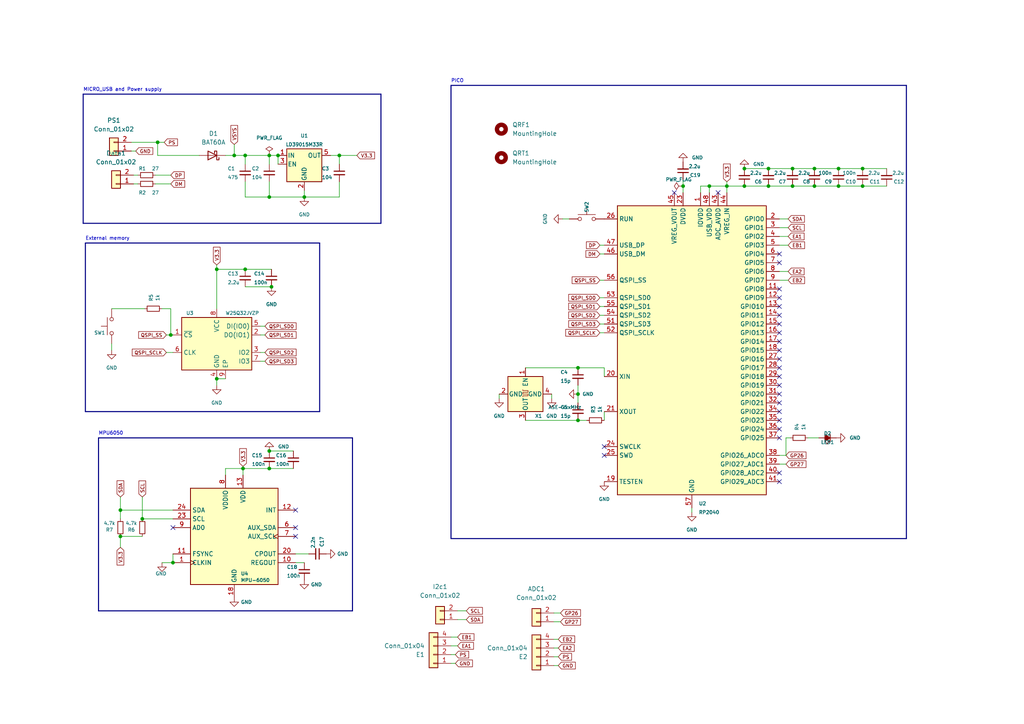
<source format=kicad_sch>
(kicad_sch (version 20211123) (generator eeschema)
  (paper "A4")
  (lib_symbols
    (symbol "Connector_Generic:Conn_01x02" (pin_names (offset 1.016) hide)
      (property "Reference" "J" (at 0 2.54 0))
      (property "Value" "Conn_01x02" (at 0 -5.08 0))
      (symbol "Conn_01x02_1_1"
        (rectangle (start -1.27 -2.413) (end 0 -2.667) (stroke (width 0.1524)))
        (rectangle (start -1.27 0.127) (end 0 -0.127) (stroke (width 0.1524)))
        (rectangle (start -1.27 1.27) (end 1.27 -3.81) (stroke (width 0.254)) (fill (type background)))
        (pin passive line (at -5.08 0 0) (length 3.81) (name "Pin_1") (number "1"))
        (pin passive line (at -5.08 -2.54 0) (length 3.81) (name "Pin_2") (number "2"))
      )
    )
    (symbol "Connector_Generic:Conn_01x04" (pin_names (offset 1.016) hide)
      (property "Reference" "J" (at 0 5.08 0))
      (property "Value" "Conn_01x04" (at 0 -7.62 0))
      (symbol "Conn_01x04_1_1"
        (rectangle (start -1.27 -4.953) (end 0 -5.207) (stroke (width 0.1524)))
        (rectangle (start -1.27 -2.413) (end 0 -2.667) (stroke (width 0.1524)))
        (rectangle (start -1.27 0.127) (end 0 -0.127) (stroke (width 0.1524)))
        (rectangle (start -1.27 2.667) (end 0 2.413) (stroke (width 0.1524)))
        (rectangle (start -1.27 3.81) (end 1.27 -6.35) (stroke (width 0.254)) (fill (type background)))
        (pin passive line (at -5.08 2.54 0) (length 3.81) (name "Pin_1") (number "1"))
        (pin passive line (at -5.08 0 0) (length 3.81) (name "Pin_2") (number "2"))
        (pin passive line (at -5.08 -2.54 0) (length 3.81) (name "Pin_3") (number "3"))
        (pin passive line (at -5.08 -5.08 0) (length 3.81) (name "Pin_4") (number "4"))
      )
    )
    (symbol "Device:C_Small" (pin_numbers hide) (pin_names (offset 0.254) hide)
      (property "Reference" "C" (at 0.254 1.778 0))
      (property "Value" "C_Small" (at 0.254 -2.032 0))
      (symbol "C_Small_0_1"
        (polyline (pts (xy -1.524 -0.508) (xy 1.524 -0.508)) (stroke (width 0.3302)))
        (polyline (pts (xy -1.524 0.508) (xy 1.524 0.508)) (stroke (width 0.3048)))
      )
      (symbol "C_Small_1_1"
        (pin passive line (at 0 2.54 270) (length 2.032) (name "~") (number "1"))
        (pin passive line (at 0 -2.54 90) (length 2.032) (name "~") (number "2"))
      )
    )
    (symbol "Device:LED_Small_Filled" (pin_numbers hide) (pin_names (offset 0.254) hide)
      (property "Reference" "D" (at -1.27 3.175 0))
      (property "Value" "LED_Small_Filled" (at -4.445 -2.54 0))
      (symbol "LED_Small_Filled_0_1"
        (polyline (pts (xy -0.762 -1.016) (xy -0.762 1.016)) (stroke (width 0.254)))
        (polyline (pts (xy 1.016 0) (xy -0.762 0)))
        (polyline (pts (xy 0.762 -1.016) (xy -0.762 0) (xy 0.762 1.016) (xy 0.762 -1.016)) (stroke (width 0.254)) (fill (type outline)))
        (polyline (pts (xy 0 0.762) (xy -0.508 1.27) (xy -0.254 1.27) (xy -0.508 1.27) (xy -0.508 1.016)))
        (polyline (pts (xy 0.508 1.27) (xy 0 1.778) (xy 0.254 1.778) (xy 0 1.778) (xy 0 1.524)))
      )
      (symbol "LED_Small_Filled_1_1"
        (pin passive line (at -2.54 0 0) (length 1.778) (name "K") (number "1"))
        (pin passive line (at 2.54 0 180) (length 1.778) (name "A") (number "2"))
      )
    )
    (symbol "Device:R_Small" (pin_numbers hide) (pin_names (offset 0.254) hide)
      (property "Reference" "R" (at 0.762 0.508 0))
      (property "Value" "R_Small" (at 0.762 -1.016 0))
      (symbol "R_Small_0_1"
        (rectangle (start -0.762 1.778) (end 0.762 -1.778) (stroke (width 0.2032)))
      )
      (symbol "R_Small_1_1"
        (pin passive line (at 0 2.54 270) (length 0.762) (name "~") (number "1"))
        (pin passive line (at 0 -2.54 90) (length 0.762) (name "~") (number "2"))
      )
    )
    (symbol "Diode:BAT60A" (pin_numbers hide) (pin_names (offset 1.016) hide)
      (property "Reference" "D" (at 0 2.54 0))
      (property "Value" "BAT60A" (at 0 -2.54 0))
      (symbol "BAT60A_0_1"
        (polyline (pts (xy 1.27 0) (xy -1.27 0)))
        (polyline (pts (xy 1.27 1.27) (xy 1.27 -1.27) (xy -1.27 0) (xy 1.27 1.27)) (stroke (width 0.254)))
        (polyline (pts (xy -1.905 0.635) (xy -1.905 1.27) (xy -1.27 1.27) (xy -1.27 -1.27) (xy -0.635 -1.27) (xy -0.635 -0.635)) (stroke (width 0.254)))
      )
      (symbol "BAT60A_1_1"
        (pin passive line (at -3.81 0 0) (length 2.54) (name "K") (number "1"))
        (pin passive line (at 3.81 0 180) (length 2.54) (name "A") (number "2"))
      )
    )
    (symbol "MCU_RaspberryPi:RP2040"
      (property "Reference" "U" (at 17.78 45.72 0))
      (property "Value" "RP2040" (at 17.78 43.18 0))
      (symbol "RP2040_0_1"
        (rectangle (start -21.59 41.91) (end 21.59 -41.91) (stroke (width 0.254)) (fill (type background)))
      )
      (symbol "RP2040_1_1"
        (pin power_in line (at 2.54 45.72 270) (length 3.81) (name "IOVDD") (number "1"))
        (pin passive line (at 2.54 45.72 270) (length 3.81) hide (name "IOVDD") (number "10"))
        (pin bidirectional line (at 25.4 17.78 180) (length 3.81) (name "GPIO8") (number "11"))
        (pin bidirectional line (at 25.4 15.24 180) (length 3.81) (name "GPIO9") (number "12"))
        (pin bidirectional line (at 25.4 12.7 180) (length 3.81) (name "GPIO10") (number "13"))
        (pin bidirectional line (at 25.4 10.16 180) (length 3.81) (name "GPIO11") (number "14"))
        (pin bidirectional line (at 25.4 7.62 180) (length 3.81) (name "GPIO12") (number "15"))
        (pin bidirectional line (at 25.4 5.08 180) (length 3.81) (name "GPIO13") (number "16"))
        (pin bidirectional line (at 25.4 2.54 180) (length 3.81) (name "GPIO14") (number "17"))
        (pin bidirectional line (at 25.4 0 180) (length 3.81) (name "GPIO15") (number "18"))
        (pin input line (at -25.4 -38.1 0) (length 3.81) (name "TESTEN") (number "19"))
        (pin bidirectional line (at 25.4 38.1 180) (length 3.81) (name "GPIO0") (number "2"))
        (pin input line (at -25.4 -7.62 0) (length 3.81) (name "XIN") (number "20"))
        (pin passive line (at -25.4 -17.78 0) (length 3.81) (name "XOUT") (number "21"))
        (pin passive line (at 2.54 45.72 270) (length 3.81) hide (name "IOVDD") (number "22"))
        (pin power_in line (at -2.54 45.72 270) (length 3.81) (name "DVDD") (number "23"))
        (pin output line (at -25.4 -27.94 0) (length 3.81) (name "SWCLK") (number "24"))
        (pin bidirectional line (at -25.4 -30.48 0) (length 3.81) (name "SWD") (number "25"))
        (pin input line (at -25.4 38.1 0) (length 3.81) (name "RUN") (number "26"))
        (pin bidirectional line (at 25.4 -2.54 180) (length 3.81) (name "GPIO16") (number "27"))
        (pin bidirectional line (at 25.4 -5.08 180) (length 3.81) (name "GPIO17") (number "28"))
        (pin bidirectional line (at 25.4 -7.62 180) (length 3.81) (name "GPIO18") (number "29"))
        (pin bidirectional line (at 25.4 35.56 180) (length 3.81) (name "GPIO1") (number "3"))
        (pin bidirectional line (at 25.4 -10.16 180) (length 3.81) (name "GPIO19") (number "30"))
        (pin bidirectional line (at 25.4 -12.7 180) (length 3.81) (name "GPIO20") (number "31"))
        (pin bidirectional line (at 25.4 -15.24 180) (length 3.81) (name "GPIO21") (number "32"))
        (pin passive line (at 2.54 45.72 270) (length 3.81) hide (name "IOVDD") (number "33"))
        (pin bidirectional line (at 25.4 -17.78 180) (length 3.81) (name "GPIO22") (number "34"))
        (pin bidirectional line (at 25.4 -20.32 180) (length 3.81) (name "GPIO23") (number "35"))
        (pin bidirectional line (at 25.4 -22.86 180) (length 3.81) (name "GPIO24") (number "36"))
        (pin bidirectional line (at 25.4 -25.4 180) (length 3.81) (name "GPIO25") (number "37"))
        (pin bidirectional line (at 25.4 -30.48 180) (length 3.81) (name "GPIO26_ADC0") (number "38"))
        (pin bidirectional line (at 25.4 -33.02 180) (length 3.81) (name "GPIO27_ADC1") (number "39"))
        (pin bidirectional line (at 25.4 33.02 180) (length 3.81) (name "GPIO2") (number "4"))
        (pin bidirectional line (at 25.4 -35.56 180) (length 3.81) (name "GPIO28_ADC2") (number "40"))
        (pin bidirectional line (at 25.4 -38.1 180) (length 3.81) (name "GPIO29_ADC3") (number "41"))
        (pin passive line (at 2.54 45.72 270) (length 3.81) hide (name "IOVDD") (number "42"))
        (pin power_in line (at 7.62 45.72 270) (length 3.81) (name "ADC_AVDD") (number "43"))
        (pin power_in line (at 10.16 45.72 270) (length 3.81) (name "VREG_IN") (number "44"))
        (pin power_out line (at -5.08 45.72 270) (length 3.81) (name "VREG_VOUT") (number "45"))
        (pin bidirectional line (at -25.4 27.94 0) (length 3.81) (name "USB_DM") (number "46"))
        (pin bidirectional line (at -25.4 30.48 0) (length 3.81) (name "USB_DP") (number "47"))
        (pin power_in line (at 5.08 45.72 270) (length 3.81) (name "USB_VDD") (number "48"))
        (pin passive line (at 2.54 45.72 270) (length 3.81) hide (name "IOVDD") (number "49"))
        (pin bidirectional line (at 25.4 30.48 180) (length 3.81) (name "GPIO3") (number "5"))
        (pin passive line (at -2.54 45.72 270) (length 3.81) hide (name "DVDD") (number "50"))
        (pin bidirectional line (at -25.4 7.62 0) (length 3.81) (name "QSPI_SD3") (number "51"))
        (pin output line (at -25.4 5.08 0) (length 3.81) (name "QSPI_SCLK") (number "52"))
        (pin bidirectional line (at -25.4 15.24 0) (length 3.81) (name "QSPI_SD0") (number "53"))
        (pin bidirectional line (at -25.4 10.16 0) (length 3.81) (name "QSPI_SD2") (number "54"))
        (pin bidirectional line (at -25.4 12.7 0) (length 3.81) (name "QSPI_SD1") (number "55"))
        (pin bidirectional line (at -25.4 20.32 0) (length 3.81) (name "QSPI_SS") (number "56"))
        (pin power_in line (at 0 -45.72 90) (length 3.81) (name "GND") (number "57"))
        (pin bidirectional line (at 25.4 27.94 180) (length 3.81) (name "GPIO4") (number "6"))
        (pin bidirectional line (at 25.4 25.4 180) (length 3.81) (name "GPIO5") (number "7"))
        (pin bidirectional line (at 25.4 22.86 180) (length 3.81) (name "GPIO6") (number "8"))
        (pin bidirectional line (at 25.4 20.32 180) (length 3.81) (name "GPIO7") (number "9"))
      )
    )
    (symbol "Mechanical:MountingHole" (pin_names (offset 1.016))
      (property "Reference" "H" (at 0 5.08 0))
      (property "Value" "MountingHole" (at 0 3.175 0))
      (symbol "MountingHole_0_1"
        (circle (center 0 0) (radius 1.27) (stroke (width 1.27)))
      )
    )
    (symbol "Memory_Flash:W25Q32JVZP"
      (property "Reference" "U" (at -8.89 8.89 0))
      (property "Value" "W25Q32JVZP" (at 7.62 8.89 0))
      (symbol "W25Q32JVZP_0_1"
        (rectangle (start -10.16 7.62) (end 10.16 -7.62) (stroke (width 0.254)) (fill (type background)))
      )
      (symbol "W25Q32JVZP_1_1"
        (pin input line (at -12.7 2.54 0) (length 2.54) (name "~{CS}") (number "1"))
        (pin bidirectional line (at 12.7 2.54 180) (length 2.54) (name "DO(IO1)") (number "2"))
        (pin bidirectional line (at 12.7 -2.54 180) (length 2.54) (name "IO2") (number "3"))
        (pin power_in line (at 0 -10.16 90) (length 2.54) (name "GND") (number "4"))
        (pin bidirectional line (at 12.7 5.08 180) (length 2.54) (name "DI(IO0)") (number "5"))
        (pin input line (at -12.7 -2.54 0) (length 2.54) (name "CLK") (number "6"))
        (pin bidirectional line (at 12.7 -5.08 180) (length 2.54) (name "IO3") (number "7"))
        (pin power_in line (at 0 10.16 270) (length 2.54) (name "VCC") (number "8"))
        (pin passive line (at 2.54 -10.16 90) (length 2.54) (name "EP") (number "9"))
      )
    )
    (symbol "Oscillator:ASE-xxxMHz" (pin_names (offset 0.254))
      (property "Reference" "X1" (at 6.35 3.81 90))
      (property "Value" "ASE-xxxMHz" (at 3.81 11.43 90))
      (symbol "ASE-xxxMHz_0_1"
        (rectangle (start -5.08 5.08) (end 5.08 -5.08) (stroke (width 0.254)) (fill (type background)))
        (polyline (pts (xy -1.27 -0.762) (xy -1.016 -0.762) (xy -1.016 0.762) (xy -0.508 0.762) (xy -0.508 -0.762) (xy 0 -0.762) (xy 0 0.762) (xy 0.508 0.762) (xy 0.508 -0.762) (xy 0.762 -0.762)))
      )
      (symbol "ASE-xxxMHz_1_1"
        (pin input line (at -7.62 0 0) (length 2.54) (name "EN") (number "1"))
        (pin power_in line (at 0 -7.62 90) (length 2.54) (name "GND") (number "2"))
        (pin output line (at 7.62 0 180) (length 2.54) (name "OUT") (number "3"))
        (pin power_out line (at 0 7.62 270) (length 2.54) (name "GND") (number "4"))
      )
    )
    (symbol "Regulator_Linear:LD39015M33R" (pin_names (offset 0.254))
      (property "Reference" "U" (at -3.81 5.715 0))
      (property "Value" "LD39015M33R" (at 0 5.715 0))
      (symbol "LD39015M33R_0_1"
        (rectangle (start -5.08 4.445) (end 5.08 -5.08) (stroke (width 0.254)) (fill (type background)))
      )
      (symbol "LD39015M33R_1_1"
        (pin power_in line (at -7.62 2.54 0) (length 2.54) (name "IN") (number "1"))
        (pin power_in line (at 0 -7.62 90) (length 2.54) (name "GND") (number "2"))
        (pin input line (at -7.62 0 0) (length 2.54) (name "EN") (number "3"))
        (pin no_connect line (at 5.08 0 180) (length 2.54) hide (name "NC") (number "4"))
        (pin power_out line (at 7.62 2.54 180) (length 2.54) (name "OUT") (number "5"))
      )
    )
    (symbol "Sensor_Motion:MPU-6050"
      (property "Reference" "U" (at -11.43 13.97 0))
      (property "Value" "MPU-6050" (at 7.62 -15.24 0))
      (symbol "MPU-6050_0_0"
        (text "" (at 12.7 -2.54 0) (effects (font (size 1.27 1.27))))
      )
      (symbol "MPU-6050_0_1"
        (rectangle (start -12.7 13.97) (end 12.7 -13.97) (stroke (width 0.254)) (fill (type background)))
      )
      (symbol "MPU-6050_1_1"
        (pin input clock (at -17.78 -7.62 0) (length 5.08) (name "CLKIN") (number "1"))
        (pin passive line (at 17.78 -7.62 180) (length 5.08) (name "REGOUT") (number "10"))
        (pin input line (at -17.78 -5.08 0) (length 5.08) (name "FSYNC") (number "11"))
        (pin output line (at 17.78 7.62 180) (length 5.08) (name "INT") (number "12"))
        (pin power_in line (at 2.54 17.78 270) (length 3.81) (name "VDD") (number "13"))
        (pin no_connect line (at -12.7 -10.16 0) (length 2.54) hide (name "NC") (number "14"))
        (pin no_connect line (at 12.7 12.7 180) (length 2.54) hide (name "NC") (number "15"))
        (pin no_connect line (at 12.7 10.16 180) (length 2.54) hide (name "NC") (number "16"))
        (pin no_connect line (at 12.7 5.08 180) (length 2.54) hide (name "NC") (number "17"))
        (pin power_in line (at 0 -17.78 90) (length 3.81) (name "GND") (number "18"))
        (pin no_connect line (at 12.7 -10.16 180) (length 2.54) hide (name "NC") (number "19"))
        (pin no_connect line (at -12.7 12.7 0) (length 2.54) hide (name "NC") (number "2"))
        (pin passive line (at 17.78 -5.08 180) (length 5.08) (name "CPOUT") (number "20"))
        (pin no_connect line (at 12.7 -2.54 180) (length 2.54) hide (name "NC") (number "21"))
        (pin no_connect line (at 12.7 -12.7 180) (length 2.54) hide (name "NC") (number "22"))
        (pin input line (at -17.78 5.08 0) (length 5.08) (name "SCL") (number "23"))
        (pin bidirectional line (at -17.78 7.62 0) (length 5.08) (name "SDA") (number "24"))
        (pin no_connect line (at -12.7 10.16 0) (length 2.54) hide (name "NC") (number "3"))
        (pin no_connect line (at -12.7 0 0) (length 2.54) hide (name "NC") (number "4"))
        (pin no_connect line (at -12.7 -2.54 0) (length 2.54) hide (name "NC") (number "5"))
        (pin bidirectional line (at 17.78 2.54 180) (length 5.08) (name "AUX_SDA") (number "6"))
        (pin output clock (at 17.78 0 180) (length 5.08) (name "AUX_SCL") (number "7"))
        (pin power_in line (at -2.54 17.78 270) (length 3.81) (name "VDDIO") (number "8"))
        (pin input line (at -17.78 2.54 0) (length 5.08) (name "AD0") (number "9"))
      )
    )
    (symbol "Switch:SW_Push" (pin_numbers hide) (pin_names (offset 1.016) hide)
      (property "Reference" "SW" (at 1.27 2.54 0))
      (property "Value" "SW_Push" (at 0 -1.524 0))
      (symbol "SW_Push_0_1"
        (circle (center -2.032 0) (radius 0.508))
        (polyline (pts (xy 0 1.27) (xy 0 3.048)))
        (polyline (pts (xy 2.54 1.27) (xy -2.54 1.27)))
        (circle (center 2.032 0) (radius 0.508))
        (pin passive line (at -5.08 0 0) (length 2.54) (name "1") (number "1"))
        (pin passive line (at 5.08 0 180) (length 2.54) (name "2") (number "2"))
      )
    )
    (symbol "power:GND" (power) (pin_names (offset 0))
      (property "Value" "GND" (at 0 -3.81 0))
      (symbol "GND_0_1"
        (polyline (pts (xy 0 0) (xy 0 -1.27) (xy 1.27 -1.27) (xy 0 -2.54) (xy -1.27 -1.27) (xy 0 -1.27)))
      )
      (symbol "GND_1_1"
        (pin power_in line (at 0 0 270) (length 0) hide (name "GND") (number "1"))
      )
    )
    (symbol "power:PWR_FLAG" (power) (pin_numbers hide) (pin_names (offset 0) hide)
      (property "Value" "PWR_FLAG" (at 0 3.81 0))
      (symbol "PWR_FLAG_0_0"
        (pin power_out line (at 0 0 90) (length 0) (name "pwr") (number "1"))
      )
      (symbol "PWR_FLAG_0_1"
        (polyline (pts (xy 0 0) (xy 0 1.27) (xy -1.016 1.905) (xy 0 2.54) (xy 1.016 1.905) (xy 0 1.27)))
      )
    )
  )
  (junction (at 67.945 45.085))
  (junction (at 45.72 41.275))
  (junction (at 62.865 109.855))
  (junction (at 78.105 57.15))
  (junction (at 215.9 53.975))
  (junction (at 98.425 45.085))
  (junction (at 78.74 83.185))
  (junction (at 215.9 48.895))
  (junction (at 250.19 53.975))
  (junction (at 34.925 155.575))
  (junction (at 71.12 45.085))
  (junction (at 62.865 78.105))
  (junction (at 71.12 78.105))
  (junction (at 167.64 114.3))
  (junction (at 229.87 53.975))
  (junction (at 78.105 135.89))
  (junction (at 34.925 147.955))
  (junction (at 167.64 106.68))
  (junction (at 50.165 163.195))
  (junction (at 250.19 48.895))
  (junction (at 222.885 53.975))
  (junction (at 205.74 53.975))
  (junction (at 88.265 57.15))
  (junction (at 236.22 48.895))
  (junction (at 198.12 53.975))
  (junction (at 78.105 130.81))
  (junction (at 167.64 121.92))
  (junction (at 229.87 48.895))
  (junction (at 236.22 53.975))
  (junction (at 78.105 45.085))
  (junction (at 80.645 45.085))
  (junction (at 41.275 150.495))
  (junction (at 222.885 48.895))
  (junction (at 210.82 53.975))
  (junction (at 70.485 135.89))
  (junction (at 243.205 48.895))
  (junction (at 243.205 53.975))
  (junction (at 49.53 97.155))
  (no_connect (at 226.06 109.22))
  (no_connect (at 226.06 86.36))
  (no_connect (at 226.06 137.16))
  (no_connect (at 226.06 83.82))
  (no_connect (at 226.06 99.06))
  (no_connect (at 226.06 104.14))
  (no_connect (at 226.06 93.98))
  (no_connect (at 226.06 139.7))
  (no_connect (at 208.28 55.88))
  (no_connect (at 195.58 55.88))
  (no_connect (at 226.06 121.92))
  (no_connect (at 226.06 124.46))
  (no_connect (at 175.26 132.08))
  (no_connect (at 175.26 129.54))
  (no_connect (at 226.06 76.2))
  (no_connect (at 226.06 73.66))
  (no_connect (at 50.165 153.035))
  (no_connect (at 226.06 88.9))
  (no_connect (at 226.06 111.76))
  (no_connect (at 226.06 127))
  (no_connect (at 226.06 116.84))
  (no_connect (at 226.06 91.44))
  (no_connect (at 226.06 114.3))
  (no_connect (at 226.06 96.52))
  (no_connect (at 226.06 106.68))
  (no_connect (at 226.06 101.6))
  (no_connect (at 226.06 119.38))
  (no_connect (at 85.725 147.955))
  (no_connect (at 85.725 153.035))
  (no_connect (at 85.725 155.575))
  (wire (pts (xy 152.4 106.68) (xy 167.64 106.68)))
  (wire (pts (xy 62.865 109.855) (xy 65.405 109.855)))
  (wire (pts (xy 38.735 50.8) (xy 40.005 50.8)))
  (wire (pts (xy 167.64 106.68) (xy 175.26 106.68)))
  (wire (pts (xy 144.78 115.57) (xy 144.78 114.3)))
  (wire (pts (xy 161.925 187.96) (xy 160.655 187.96)))
  (wire (pts (xy 198.12 53.975) (xy 198.12 55.88)))
  (bus (pts (xy 130.81 24.765) (xy 130.81 156.21)))
  (wire (pts (xy 173.99 73.66) (xy 175.26 73.66)))
  (wire (pts (xy 229.235 127) (xy 227.965 127)))
  (wire (pts (xy 80.645 45.085) (xy 80.645 47.625)))
  (wire (pts (xy 45.72 45.085) (xy 45.72 41.275)))
  (wire (pts (xy 98.425 47.625) (xy 98.425 45.085)))
  (bus (pts (xy 24.765 70.485) (xy 24.765 119.38)))
  (wire (pts (xy 203.2 53.975) (xy 203.2 55.88)))
  (wire (pts (xy 226.06 132.08) (xy 227.965 132.08)))
  (wire (pts (xy 229.87 48.895) (xy 236.22 48.895)))
  (wire (pts (xy 173.99 93.98) (xy 175.26 93.98)))
  (wire (pts (xy 85.725 160.655) (xy 89.535 160.655)))
  (wire (pts (xy 67.945 45.085) (xy 71.12 45.085)))
  (bus (pts (xy 24.13 27.305) (xy 24.13 64.77)))
  (wire (pts (xy 161.925 190.5) (xy 160.655 190.5)))
  (bus (pts (xy 110.49 27.305) (xy 110.49 64.77)))
  (wire (pts (xy 88.265 57.15) (xy 88.265 55.245)))
  (wire (pts (xy 32.385 101.6) (xy 32.385 99.695)))
  (wire (pts (xy 132.715 179.705) (xy 135.255 179.705)))
  (wire (pts (xy 71.12 83.185) (xy 78.74 83.185)))
  (wire (pts (xy 45.72 41.275) (xy 47.625 41.275)))
  (wire (pts (xy 75.565 102.235) (xy 76.835 102.235)))
  (wire (pts (xy 210.82 52.705) (xy 210.82 53.975)))
  (wire (pts (xy 203.2 53.975) (xy 205.74 53.975)))
  (wire (pts (xy 34.925 155.575) (xy 34.925 158.75)))
  (wire (pts (xy 250.19 48.895) (xy 257.175 48.895)))
  (wire (pts (xy 62.865 76.835) (xy 62.865 78.105)))
  (wire (pts (xy 62.865 78.105) (xy 71.12 78.105)))
  (wire (pts (xy 226.06 66.04) (xy 228.6 66.04)))
  (bus (pts (xy 24.13 27.305) (xy 110.49 27.305)))
  (wire (pts (xy 161.925 193.04) (xy 160.655 193.04)))
  (wire (pts (xy 78.105 47.625) (xy 78.105 45.085)))
  (wire (pts (xy 250.19 53.975) (xy 257.175 53.975)))
  (wire (pts (xy 41.275 155.575) (xy 34.925 155.575)))
  (wire (pts (xy 78.105 130.81) (xy 85.09 130.81)))
  (wire (pts (xy 210.82 53.975) (xy 215.9 53.975)))
  (bus (pts (xy 262.89 24.765) (xy 262.89 156.21)))
  (wire (pts (xy 62.865 78.105) (xy 62.865 89.535)))
  (wire (pts (xy 173.99 81.28) (xy 175.26 81.28)))
  (wire (pts (xy 215.9 53.975) (xy 222.885 53.975)))
  (wire (pts (xy 226.06 68.58) (xy 228.6 68.58)))
  (wire (pts (xy 167.64 111.76) (xy 167.64 114.3)))
  (wire (pts (xy 71.12 57.15) (xy 78.105 57.15)))
  (wire (pts (xy 210.82 53.975) (xy 210.82 55.88)))
  (bus (pts (xy 28.575 127) (xy 28.575 177.165)))
  (wire (pts (xy 163.195 63.5) (xy 165.1 63.5)))
  (wire (pts (xy 161.925 185.42) (xy 160.655 185.42)))
  (wire (pts (xy 71.12 45.085) (xy 71.12 47.625)))
  (wire (pts (xy 167.64 114.3) (xy 167.64 116.84)))
  (wire (pts (xy 167.64 121.92) (xy 152.4 121.92)))
  (wire (pts (xy 226.06 63.5) (xy 228.6 63.5)))
  (wire (pts (xy 226.06 134.62) (xy 227.965 134.62)))
  (wire (pts (xy 173.99 96.52) (xy 175.26 96.52)))
  (wire (pts (xy 46.99 163.195) (xy 50.165 163.195)))
  (bus (pts (xy 102.235 177.165) (xy 28.575 177.165)))
  (bus (pts (xy 28.575 127) (xy 102.235 127)))
  (wire (pts (xy 78.105 57.15) (xy 88.265 57.15)))
  (wire (pts (xy 71.12 52.705) (xy 71.12 57.15)))
  (wire (pts (xy 132.715 184.785) (xy 130.81 184.785)))
  (wire (pts (xy 173.99 86.36) (xy 175.26 86.36)))
  (bus (pts (xy 130.81 24.765) (xy 262.89 24.765)))
  (wire (pts (xy 75.565 104.775) (xy 76.835 104.775)))
  (bus (pts (xy 102.235 127) (xy 102.235 177.165)))
  (wire (pts (xy 167.64 121.92) (xy 170.18 121.92)))
  (wire (pts (xy 38.1 41.275) (xy 45.72 41.275)))
  (wire (pts (xy 78.105 52.705) (xy 78.105 57.15)))
  (wire (pts (xy 132.715 177.165) (xy 135.255 177.165)))
  (wire (pts (xy 49.53 97.155) (xy 49.53 89.535)))
  (wire (pts (xy 50.165 147.955) (xy 34.925 147.955)))
  (wire (pts (xy 173.99 91.44) (xy 175.26 91.44)))
  (wire (pts (xy 71.12 78.105) (xy 78.74 78.105)))
  (wire (pts (xy 236.22 48.895) (xy 243.205 48.895)))
  (wire (pts (xy 215.9 48.895) (xy 222.885 48.895)))
  (wire (pts (xy 34.925 144.145) (xy 34.925 147.955)))
  (wire (pts (xy 48.26 97.155) (xy 49.53 97.155)))
  (wire (pts (xy 95.885 45.085) (xy 98.425 45.085)))
  (wire (pts (xy 85.725 163.195) (xy 88.265 163.195)))
  (wire (pts (xy 226.06 71.12) (xy 228.6 71.12)))
  (wire (pts (xy 98.425 45.085) (xy 103.505 45.085)))
  (bus (pts (xy 262.89 156.21) (xy 130.81 156.21)))
  (wire (pts (xy 75.565 94.615) (xy 76.835 94.615)))
  (wire (pts (xy 65.405 45.085) (xy 67.945 45.085)))
  (wire (pts (xy 48.26 102.235) (xy 50.165 102.235)))
  (wire (pts (xy 226.06 81.28) (xy 228.6 81.28)))
  (wire (pts (xy 62.865 109.855) (xy 62.865 111.76)))
  (wire (pts (xy 88.265 57.15) (xy 98.425 57.15)))
  (wire (pts (xy 236.22 53.975) (xy 243.205 53.975)))
  (wire (pts (xy 222.885 48.895) (xy 229.87 48.895)))
  (wire (pts (xy 38.735 53.34) (xy 40.005 53.34)))
  (wire (pts (xy 226.06 78.74) (xy 228.6 78.74)))
  (wire (pts (xy 198.12 52.07) (xy 198.12 53.975)))
  (wire (pts (xy 57.785 45.085) (xy 45.72 45.085)))
  (wire (pts (xy 132.715 187.325) (xy 130.81 187.325)))
  (wire (pts (xy 70.485 135.89) (xy 78.105 135.89)))
  (wire (pts (xy 49.53 89.535) (xy 46.99 89.535)))
  (wire (pts (xy 98.425 52.705) (xy 98.425 57.15)))
  (wire (pts (xy 229.87 53.975) (xy 236.22 53.975)))
  (wire (pts (xy 162.56 177.8) (xy 160.655 177.8)))
  (wire (pts (xy 50.165 160.655) (xy 50.165 163.195)))
  (bus (pts (xy 92.71 119.38) (xy 24.765 119.38)))
  (wire (pts (xy 160.02 115.57) (xy 160.02 114.3)))
  (wire (pts (xy 65.405 137.795) (xy 65.405 135.89)))
  (wire (pts (xy 162.56 180.34) (xy 160.655 180.34)))
  (wire (pts (xy 175.26 106.68) (xy 175.26 109.22)))
  (wire (pts (xy 200.66 147.32) (xy 200.66 148.59)))
  (wire (pts (xy 175.26 119.38) (xy 175.26 121.92)))
  (wire (pts (xy 39.37 43.815) (xy 38.1 43.815)))
  (wire (pts (xy 34.925 147.955) (xy 34.925 150.495)))
  (wire (pts (xy 49.53 97.155) (xy 50.165 97.155)))
  (wire (pts (xy 243.205 48.895) (xy 250.19 48.895)))
  (wire (pts (xy 227.965 127) (xy 227.965 132.08)))
  (wire (pts (xy 45.085 53.34) (xy 49.53 53.34)))
  (wire (pts (xy 173.99 71.12) (xy 175.26 71.12)))
  (wire (pts (xy 205.74 53.975) (xy 205.74 55.88)))
  (wire (pts (xy 234.315 127) (xy 237.49 127)))
  (wire (pts (xy 222.885 53.975) (xy 229.87 53.975)))
  (bus (pts (xy 92.71 70.485) (xy 92.71 119.38)))
  (wire (pts (xy 41.275 144.145) (xy 41.275 150.495)))
  (wire (pts (xy 71.12 45.085) (xy 78.105 45.085)))
  (bus (pts (xy 110.49 64.77) (xy 24.13 64.77)))
  (wire (pts (xy 132.08 189.865) (xy 130.81 189.865)))
  (wire (pts (xy 173.99 88.9) (xy 175.26 88.9)))
  (wire (pts (xy 78.105 45.085) (xy 80.645 45.085)))
  (wire (pts (xy 67.945 41.91) (xy 67.945 45.085)))
  (wire (pts (xy 78.105 135.89) (xy 85.09 135.89)))
  (wire (pts (xy 243.205 53.975) (xy 250.19 53.975)))
  (wire (pts (xy 65.405 135.89) (xy 70.485 135.89)))
  (wire (pts (xy 41.275 150.495) (xy 50.165 150.495)))
  (wire (pts (xy 75.565 97.155) (xy 76.835 97.155)))
  (wire (pts (xy 132.08 192.405) (xy 130.81 192.405)))
  (bus (pts (xy 24.765 70.485) (xy 92.71 70.485)))
  (wire (pts (xy 205.74 53.975) (xy 210.82 53.975)))
  (wire (pts (xy 45.085 50.8) (xy 49.53 50.8)))
  (wire (pts (xy 70.485 135.255) (xy 70.485 135.89)))
  (wire (pts (xy 70.485 135.89) (xy 70.485 137.795)))
  (wire (pts (xy 32.385 89.535) (xy 41.91 89.535)))
  (text "MPU6050" (at 28.575 126.365 0) (effects (font (size 1 1)) (justify left bottom)))
  (text "MICRO_USB and Power supply" (at 24.13 26.67 0) (effects (font (size 1 1)) (justify left bottom)))
  (text "External memory" (at 24.765 69.85 0) (effects (font (size 1 1)) (justify left bottom)))
  (text "PICO" (at 130.81 24.13 0) (effects (font (size 1 1)) (justify left bottom)))
  (global_label "QSPI_SD0" (shape input) (at 76.835 94.615 0) (effects (font (size 1 1))) (property "Intersheet References" "${INTERSHEET_REFS}" (effects hide)))
  (global_label "SCL" (shape input) (at 41.275 144.145 90) (effects (font (size 1 1))) (property "Intersheet References" "${INTERSHEET_REFS}" (effects hide)))
  (global_label "EA2" (shape input) (at 228.6 78.74 0) (effects (font (size 1 1))) (property "Intersheet References" "${INTERSHEET_REFS}" (effects hide)))
  (global_label "QSPI_SCLK" (shape input) (at 173.99 96.52 180) (effects (font (size 1 1))) (property "Intersheet References" "${INTERSHEET_REFS}" (effects hide)))
  (global_label "QSPI_SD0" (shape input) (at 173.99 86.36 180) (effects (font (size 1 1))) (property "Intersheet References" "${INTERSHEET_REFS}" (effects hide)))
  (global_label "GP26" (shape input) (at 162.56 177.8 0) (effects (font (size 1 1))) (property "Intersheet References" "${INTERSHEET_REFS}" (effects hide)))
  (global_label "QSPI_SD1" (shape input) (at 76.835 97.155 0) (effects (font (size 1 1))) (property "Intersheet References" "${INTERSHEET_REFS}" (effects hide)))
  (global_label "PS" (shape input) (at 161.925 190.5 0) (effects (font (size 1 1))) (property "Intersheet References" "${INTERSHEET_REFS}" (effects hide)))
  (global_label "SDA" (shape input) (at 135.255 179.705 0) (effects (font (size 1 1))) (property "Intersheet References" "${INTERSHEET_REFS}" (effects hide)))
  (global_label "EB2" (shape input) (at 228.6 81.28 0) (effects (font (size 1 1))) (property "Intersheet References" "${INTERSHEET_REFS}" (effects hide)))
  (global_label "GP27" (shape input) (at 227.965 134.62 0) (effects (font (size 1 1))) (property "Intersheet References" "${INTERSHEET_REFS}" (effects hide)))
  (global_label "DP" (shape input) (at 49.53 50.8 0) (effects (font (size 1 1))) (property "Intersheet References" "${INTERSHEET_REFS}" (effects hide)))
  (global_label "EA1" (shape input) (at 228.6 68.58 0) (effects (font (size 1 1))) (property "Intersheet References" "${INTERSHEET_REFS}" (effects hide)))
  (global_label "EB1" (shape input) (at 228.6 71.12 0) (effects (font (size 1 1))) (property "Intersheet References" "${INTERSHEET_REFS}" (effects hide)))
  (global_label "GND" (shape input) (at 132.08 192.405 0) (effects (font (size 1 1))) (property "Intersheet References" "${INTERSHEET_REFS}" (effects hide)))
  (global_label "SCL" (shape input) (at 135.255 177.165 0) (effects (font (size 1 1))) (property "Intersheet References" "${INTERSHEET_REFS}" (effects hide)))
  (global_label "QSPI_SD3" (shape input) (at 173.99 93.98 180) (effects (font (size 1 1))) (property "Intersheet References" "${INTERSHEET_REFS}" (effects hide)))
  (global_label "SDA" (shape input) (at 228.6 63.5 0) (effects (font (size 1 1))) (property "Intersheet References" "${INTERSHEET_REFS}" (effects hide)))
  (global_label "V3.3" (shape input) (at 34.925 158.75 270) (effects (font (size 1 1))) (property "Intersheet References" "${INTERSHEET_REFS}" (effects hide)))
  (global_label "EB1" (shape input) (at 132.715 184.785 0) (effects (font (size 1 1))) (property "Intersheet References" "${INTERSHEET_REFS}" (effects hide)))
  (global_label "SCL" (shape input) (at 228.6 66.04 0) (effects (font (size 1 1))) (property "Intersheet References" "${INTERSHEET_REFS}" (effects hide)))
  (global_label "EB2" (shape input) (at 161.925 185.42 0) (effects (font (size 1 1))) (property "Intersheet References" "${INTERSHEET_REFS}" (effects hide)))
  (global_label "EA2" (shape input) (at 161.925 187.96 0) (effects (font (size 1 1))) (property "Intersheet References" "${INTERSHEET_REFS}" (effects hide)))
  (global_label "V3.3" (shape input) (at 62.865 76.835 90) (effects (font (size 1 1))) (property "Intersheet References" "${INTERSHEET_REFS}" (effects hide)))
  (global_label "V3.3" (shape input) (at 70.485 135.255 90) (effects (font (size 1 1))) (property "Intersheet References" "${INTERSHEET_REFS}" (effects hide)))
  (global_label "QSPI_SD2" (shape input) (at 173.99 91.44 180) (effects (font (size 1 1))) (property "Intersheet References" "${INTERSHEET_REFS}" (effects hide)))
  (global_label "QSPI_SD1" (shape input) (at 173.99 88.9 180) (effects (font (size 1 1))) (property "Intersheet References" "${INTERSHEET_REFS}" (effects hide)))
  (global_label "GP27" (shape input) (at 162.56 180.34 0) (effects (font (size 1 1))) (property "Intersheet References" "${INTERSHEET_REFS}" (effects hide)))
  (global_label "QSPI_SS" (shape input) (at 48.26 97.155 180) (effects (font (size 1 1))) (property "Intersheet References" "${INTERSHEET_REFS}" (effects hide)))
  (global_label "GP26" (shape input) (at 227.965 132.08 0) (effects (font (size 1 1))) (property "Intersheet References" "${INTERSHEET_REFS}" (effects hide)))
  (global_label "V3.3" (shape input) (at 210.82 52.705 90) (effects (font (size 1 1))) (property "Intersheet References" "${INTERSHEET_REFS}" (effects hide)))
  (global_label "QSPI_SS" (shape input) (at 173.99 81.28 180) (effects (font (size 1 1))) (property "Intersheet References" "${INTERSHEET_REFS}" (effects hide)))
  (global_label "EA1" (shape input) (at 132.715 187.325 0) (effects (font (size 1 1))) (property "Intersheet References" "${INTERSHEET_REFS}" (effects hide)))
  (global_label "VSYS" (shape input) (at 67.945 41.91 90) (effects (font (size 1 1))) (property "Intersheet References" "${INTERSHEET_REFS}" (effects hide)))
  (global_label "DP" (shape input) (at 173.99 71.12 180) (effects (font (size 1 1))) (property "Intersheet References" "${INTERSHEET_REFS}" (effects hide)))
  (global_label "QSPI_SD3" (shape input) (at 76.835 104.775 0) (effects (font (size 1 1))) (property "Intersheet References" "${INTERSHEET_REFS}" (effects hide)))
  (global_label "DM" (shape input) (at 49.53 53.34 0) (effects (font (size 1 1))) (property "Intersheet References" "${INTERSHEET_REFS}" (effects hide)))
  (global_label "PS" (shape input) (at 132.08 189.865 0) (effects (font (size 1 1))) (property "Intersheet References" "${INTERSHEET_REFS}" (effects hide)))
  (global_label "V3.3" (shape input) (at 103.505 45.085 0) (effects (font (size 1 1))) (property "Intersheet References" "${INTERSHEET_REFS}" (effects hide)))
  (global_label "GND" (shape input) (at 39.37 43.815 0) (effects (font (size 1 1))) (property "Intersheet References" "${INTERSHEET_REFS}" (effects hide)))
  (global_label "DM" (shape input) (at 173.99 73.66 180) (effects (font (size 1 1))) (property "Intersheet References" "${INTERSHEET_REFS}" (effects hide)))
  (global_label "PS" (shape input) (at 47.625 41.275 0) (effects (font (size 1 1))) (property "Intersheet References" "${INTERSHEET_REFS}" (effects hide)))
  (global_label "QSPI_SD2" (shape input) (at 76.835 102.235 0) (effects (font (size 1 1))) (property "Intersheet References" "${INTERSHEET_REFS}" (effects hide)))
  (global_label "GND" (shape input) (at 161.925 193.04 0) (effects (font (size 1 1))) (property "Intersheet References" "${INTERSHEET_REFS}" (effects hide)))
  (global_label "SDA" (shape input) (at 34.925 144.145 90) (effects (font (size 1 1))) (property "Intersheet References" "${INTERSHEET_REFS}" (effects hide)))
  (global_label "QSPI_SCLK" (shape input) (at 48.26 102.235 180) (effects (font (size 1 1))) (property "Intersheet References" "${INTERSHEET_REFS}" (effects hide)))
  (symbol (lib_id "power:GND") (at 88.265 168.275 0) (unit 1)
    (property "Reference" "#PWR09" (effects hide))
    (property "Value" "GND" (at 90.17 169.5449 0) (effects (font (size 1 1)) (justify left)))
  )
  (symbol (lib_id "power:GND") (at 67.945 173.355 0) (unit 1)
    (property "Reference" "#PWR05" (effects hide))
    (property "Value" "GND" (at 69.85 174.6249 0) (effects (font (size 1 1)) (justify left)))
  )
  (symbol (lib_id "Device:R_Small") (at 41.275 153.035 0) (unit 1)
    (property "Reference" "R6" (at 38.1 153.67 0) (effects (font (size 1 1))))
    (property "Value" "4.7k" (at 38.1 151.765 0) (effects (font (size 1 1))))
    (property "Footprint" "Resistor_SMD:R_0603_1608Metric_Pad0.98x0.95mm_HandSolder" (effects hide))
  )
  (symbol (lib_id "power:GND") (at 46.99 163.195 0) (unit 1)
    (property "Reference" "#PWR03" (effects hide))
    (property "Value" "GND" (at 45.085 166.37 0) (effects (font (size 1 1)) (justify left)))
  )
  (symbol (lib_id "MCU_RaspberryPi:RP2040") (at 200.66 101.6 0) (unit 1)
    (property "Reference" "U2" (at 202.6794 146.05 0) (effects (font (size 1 1)) (justify left)))
    (property "Value" "RP2040" (at 202.6794 148.59 0) (effects (font (size 1 1)) (justify left)))
    (property "Footprint" "Package_DFN_QFN:QFN-56-1EP_7x7mm_P0.4mm_EP3.2x3.2mm" (effects hide))
    (property "Datasheet" "https://datasheets.raspberrypi.com/rp2040/rp2040-datasheet.pdf" (effects hide))
  )
  (symbol (lib_id "Connector_Generic:Conn_01x02") (at 127.635 179.705 180) (unit 1)
    (property "Reference" "I2c1" (at 127.635 170.18 0))
    (property "Value" "Conn_01x02" (at 127.635 172.72 0))
    (property "Footprint" "Connector_PinHeader_2.54mm:PinHeader_1x02_P2.54mm_Vertical" (effects hide))
  )
  (symbol (lib_id "power:GND") (at 163.195 63.5 270) (unit 1)
    (property "Reference" "#PWR013" (effects hide))
    (property "Value" "GND" (at 158.115 63.5 0) (effects (font (size 1 1))))
  )
  (symbol (lib_id "Device:C_Small") (at 98.425 50.165 0) (unit 1)
    (property "Reference" "C3" (at 93.345 48.895 0) (effects (font (size 1 1)) (justify left)))
    (property "Value" "104" (at 93.345 51.435 0) (effects (font (size 1 1)) (justify left)))
    (property "Footprint" "Capacitor_SMD:C_0603_1608Metric_Pad1.08x0.95mm_HandSolder" (effects hide))
  )
  (symbol (lib_id "power:GND") (at 88.265 57.15 0) (unit 1)
    (property "Reference" "#PWR08" (effects hide))
    (property "Value" "GND" (at 88.265 62.23 0) (effects (font (size 1 1))))
  )
  (symbol (lib_id "Device:C_Small") (at 71.12 50.165 0) (unit 1)
    (property "Reference" "C1" (at 66.04 48.895 0) (effects (font (size 1 1)) (justify left)))
    (property "Value" "475" (at 66.04 51.435 0) (effects (font (size 1 1)) (justify left)))
    (property "Footprint" "Capacitor_SMD:C_0603_1608Metric_Pad1.08x0.95mm_HandSolder" (effects hide))
  )
  (symbol (lib_id "Connector_Generic:Conn_01x02") (at 155.575 180.34 180) (unit 1)
    (property "Reference" "ADC1" (at 155.575 170.815 0))
    (property "Value" "Conn_01x02" (at 155.575 173.355 0))
    (property "Footprint" "Connector_PinHeader_2.54mm:PinHeader_1x02_P2.54mm_Vertical" (effects hide))
  )
  (symbol (lib_id "power:GND") (at 32.385 101.6 0) (unit 1)
    (property "Reference" "#PWR02" (effects hide))
    (property "Value" "GND" (at 32.385 106.68 0) (effects (font (size 1 1))))
  )
  (symbol (lib_id "Device:R_Small") (at 42.545 53.34 90) (unit 1)
    (property "Reference" "R2" (at 41.275 55.88 90) (effects (font (size 1 1))))
    (property "Value" "27" (at 45.085 55.88 90) (effects (font (size 1 1))))
    (property "Footprint" "Resistor_SMD:R_0603_1608Metric_Pad0.98x0.95mm_HandSolder" (effects hide))
  )
  (symbol (lib_id "Device:C_Small") (at 78.74 80.645 0) (unit 1)
    (property "Reference" "C14" (at 73.66 79.375 0) (effects (font (size 1 1)) (justify left)))
    (property "Value" "100n" (at 73.66 81.915 0) (effects (font (size 1 1)) (justify left)))
    (property "Footprint" "Capacitor_SMD:C_0603_1608Metric_Pad1.08x0.95mm_HandSolder" (effects hide))
  )
  (symbol (lib_id "Device:C_Small") (at 167.64 119.38 0) (unit 1)
    (property "Reference" "C5" (at 162.56 118.11 0) (effects (font (size 1 1)) (justify left)))
    (property "Value" "15p" (at 162.56 120.65 0) (effects (font (size 1 1)) (justify left)))
    (property "Footprint" "Capacitor_SMD:C_0603_1608Metric_Pad1.08x0.95mm_HandSolder" (effects hide))
  )
  (symbol (lib_id "power:GND") (at 175.26 139.7 0) (unit 1)
    (property "Reference" "#PWR015" (effects hide))
    (property "Value" "GND" (at 175.26 144.78 0) (effects (font (size 1 1))))
  )
  (symbol (lib_id "Memory_Flash:W25Q32JVZP") (at 62.865 99.695 0) (unit 1)
    (property "Reference" "U3" (at 53.975 90.805 0) (effects (font (size 1 1)) (justify left)))
    (property "Value" "W25Q32JVZP" (at 65.405 90.805 0) (effects (font (size 1 1)) (justify left)))
    (property "Footprint" "Package_SON:WSON-8-1EP_6x5mm_P1.27mm_EP3.4x4.3mm" (effects hide))
    (property "Datasheet" "http://www.winbond.com/resource-files/w25q32jv%20revg%2003272018%20plus.pdf" (effects hide))
  )
  (symbol (lib_id "power:GND") (at 78.74 83.185 0) (unit 1)
    (property "Reference" "#PWR07" (effects hide))
    (property "Value" "GND" (at 78.74 88.265 0) (effects (font (size 1 1))))
  )
  (symbol (lib_id "Device:C_Small") (at 222.885 51.435 180) (unit 1)
    (property "Reference" "C7" (at 227.965 52.705 0) (effects (font (size 1 1)) (justify left)))
    (property "Value" "2.2u" (at 227.965 50.165 0) (effects (font (size 1 1)) (justify left)))
    (property "Footprint" "Capacitor_SMD:C_0603_1608Metric_Pad1.08x0.95mm_HandSolder" (effects hide))
  )
  (symbol (lib_id "Device:C_Small") (at 88.265 165.735 0) (unit 1)
    (property "Reference" "C18" (at 83.185 164.465 0) (effects (font (size 1 1)) (justify left)))
    (property "Value" "100n" (at 83.185 167.005 0) (effects (font (size 1 1)) (justify left)))
    (property "Footprint" "Capacitor_SMD:C_0603_1608Metric_Pad1.08x0.95mm_HandSolder" (effects hide))
  )
  (symbol (lib_id "Device:C_Small") (at 92.075 160.655 270) (unit 1)
    (property "Reference" "C17" (at 93.345 155.575 0) (effects (font (size 1 1)) (justify left)))
    (property "Value" "2.2n" (at 90.805 155.575 0) (effects (font (size 1 1)) (justify left)))
    (property "Footprint" "Capacitor_SMD:C_0603_1608Metric_Pad1.08x0.95mm_HandSolder" (effects hide))
  )
  (symbol (lib_id "Diode:BAT60A") (at 61.595 45.085 180) (unit 1)
    (property "Reference" "D1" (at 61.9125 38.735 0))
    (property "Value" "BAT60A" (at 61.9125 41.275 0))
    (property "Footprint" "Diode_SMD:D_SOD-323" (effects hide))
    (property "Datasheet" "https://www.infineon.com/dgdl/Infineon-BAT60ASERIES-DS-v01_01-en.pdf?fileId=db3a304313d846880113def70c9304a9" (effects hide))
  )
  (symbol (lib_id "Device:C_Small") (at 215.9 51.435 180) (unit 1)
    (property "Reference" "C6" (at 220.98 52.705 0) (effects (font (size 1 1)) (justify left)))
    (property "Value" "2.2u" (at 220.98 50.165 0) (effects (font (size 1 1)) (justify left)))
    (property "Footprint" "Capacitor_SMD:C_0603_1608Metric_Pad1.08x0.95mm_HandSolder" (effects hide))
  )
  (symbol (lib_id "power:GND") (at 78.105 130.81 180) (unit 1)
    (property "Reference" "#PWR06" (effects hide))
    (property "Value" "GND" (at 80.645 129.5399 0) (effects (font (size 1 1)) (justify right)))
  )
  (symbol (lib_id "power:GND") (at 144.78 115.57 0) (unit 1)
    (property "Reference" "#PWR011" (effects hide))
    (property "Value" "GND" (at 144.78 120.65 0) (effects (font (size 1 1))))
  )
  (symbol (lib_id "Device:C_Small") (at 78.105 50.165 0) (unit 1)
    (property "Reference" "C2" (at 73.025 48.895 0) (effects (font (size 1 1)) (justify left)))
    (property "Value" "104" (at 73.025 51.435 0) (effects (font (size 1 1)) (justify left)))
    (property "Footprint" "Capacitor_SMD:C_0603_1608Metric_Pad1.08x0.95mm_HandSolder" (effects hide))
  )
  (symbol (lib_id "power:GND") (at 160.02 115.57 0) (unit 1)
    (property "Reference" "#PWR012" (effects hide))
    (property "Value" "GND" (at 160.02 120.65 0) (effects (font (size 1 1))))
  )
  (symbol (lib_id "Device:R_Small") (at 231.775 127 270) (unit 1)
    (property "Reference" "R4" (at 231.14 123.825 0) (effects (font (size 1 1))))
    (property "Value" "1k" (at 233.045 123.825 0) (effects (font (size 1 1))))
    (property "Footprint" "Resistor_SMD:R_0603_1608Metric" (effects hide))
  )
  (symbol (lib_id "Connector_Generic:Conn_01x04") (at 155.575 190.5 180) (unit 1)
    (property "Reference" "E2" (at 153.035 190.5 0) (effects (justify left)))
    (property "Value" "Conn_01x04" (at 153.035 187.96 0) (effects (justify left)))
    (property "Footprint" "Connector_PinHeader_2.54mm:PinHeader_1x04_P2.54mm_Vertical" (effects hide))
  )
  (symbol (lib_id "Mechanical:MountingHole") (at 145.415 37.465 0) (unit 1)
    (property "Reference" "QRF1" (at 148.59 36.1949 0) (effects (justify left)))
    (property "Value" "MountingHole" (at 148.59 38.7349 0) (effects (justify left)))
    (property "Footprint" "Valve:Frank_github_5_5" (effects hide))
  )
  (symbol (lib_id "Device:R_Small") (at 44.45 89.535 270) (unit 1)
    (property "Reference" "R5" (at 43.815 86.36 0) (effects (font (size 1 1))))
    (property "Value" "1k" (at 45.72 86.36 0) (effects (font (size 1 1))))
    (property "Footprint" "Resistor_SMD:R_0603_1608Metric_Pad0.98x0.95mm_HandSolder" (effects hide))
  )
  (symbol (lib_id "power:GND") (at 198.12 46.99 180) (unit 1)
    (property "Reference" "#PWR0101" (effects hide))
    (property "Value" "GND" (at 200.66 45.7199 0) (effects (font (size 1 1)) (justify right)))
  )
  (symbol (lib_id "Connector_Generic:Conn_01x04") (at 125.73 189.865 180) (unit 1)
    (property "Reference" "E1" (at 123.19 189.865 0) (effects (justify left)))
    (property "Value" "Conn_01x04" (at 123.19 187.325 0) (effects (justify left)))
    (property "Footprint" "Connector_PinHeader_2.54mm:PinHeader_1x04_P2.54mm_Vertical" (effects hide))
  )
  (symbol (lib_id "power:GND") (at 200.66 148.59 0) (unit 1)
    (property "Reference" "#PWR017" (effects hide))
    (property "Value" "GND" (at 200.66 153.67 0) (effects (font (size 1 1))))
  )
  (symbol (lib_id "Connector_Generic:Conn_01x02") (at 33.655 53.34 180) (unit 1)
    (property "Reference" "Data1" (at 33.655 44.45 0))
    (property "Value" "Conn_01x02" (at 33.655 46.99 0))
    (property "Footprint" "Connector_PinHeader_2.54mm:PinHeader_1x02_P2.54mm_Vertical" (effects hide))
  )
  (symbol (lib_id "Device:R_Small") (at 42.545 50.8 90) (unit 1)
    (property "Reference" "R1" (at 41.275 48.895 90) (effects (font (size 1 1))))
    (property "Value" "27" (at 45.085 48.895 90) (effects (font (size 1 1))))
    (property "Footprint" "Resistor_SMD:R_0603_1608Metric_Pad0.98x0.95mm_HandSolder" (effects hide))
  )
  (symbol (lib_id "Device:C_Small") (at 250.19 51.435 180) (unit 1)
    (property "Reference" "C11" (at 255.27 52.705 0) (effects (font (size 1 1)) (justify left)))
    (property "Value" "2.2u" (at 255.27 50.165 0) (effects (font (size 1 1)) (justify left)))
    (property "Footprint" "Capacitor_SMD:C_0603_1608Metric_Pad1.08x0.95mm_HandSolder" (effects hide))
  )
  (symbol (lib_id "power:PWR_FLAG") (at 78.105 45.085 0) (unit 1)
    (property "Reference" "#FLG01" (effects hide))
    (property "Value" "PWR_FLAG" (at 78.105 40.005 0) (effects (font (size 1 1))))
  )
  (symbol (lib_id "Device:C_Small") (at 85.09 133.35 0) (unit 1)
    (property "Reference" "C16" (at 80.01 132.08 0) (effects (font (size 1 1)) (justify left)))
    (property "Value" "100n" (at 80.01 134.62 0) (effects (font (size 1 1)) (justify left)))
    (property "Footprint" "Capacitor_SMD:C_0603_1608Metric_Pad1.08x0.95mm_HandSolder" (effects hide))
  )
  (symbol (lib_id "Device:C_Small") (at 257.175 51.435 180) (unit 1)
    (property "Reference" "C12" (at 262.255 52.705 0) (effects (font (size 1 1)) (justify left)))
    (property "Value" "2.2u" (at 262.255 50.165 0) (effects (font (size 1 1)) (justify left)))
    (property "Footprint" "Capacitor_SMD:C_0603_1608Metric_Pad1.08x0.95mm_HandSolder" (effects hide))
  )
  (symbol (lib_id "power:GND") (at 167.64 114.3 270) (unit 1)
    (property "Reference" "#PWR014" (effects hide))
    (property "Value" "GND" (at 168.91 114.2999 90) (effects (font (size 1 1)) (justify left)))
  )
  (symbol (lib_id "power:GND") (at 215.9 48.895 180) (unit 1)
    (property "Reference" "#PWR019" (effects hide))
    (property "Value" "GND" (at 218.44 47.6249 0) (effects (font (size 1 1)) (justify right)))
  )
  (symbol (lib_id "Regulator_Linear:LD39015M33R") (at 88.265 47.625 0) (unit 1)
    (property "Reference" "U1" (at 88.265 39.37 0) (effects (font (size 1 1))))
    (property "Value" "LD39015M33R" (at 88.265 41.91 0) (effects (font (size 1 1))))
    (property "Footprint" "Package_TO_SOT_SMD:SOT-23-5" (effects hide))
    (property "Datasheet" "http://www.st.com/resource/en/datasheet/ld39015.pdf" (effects hide))
  )
  (symbol (lib_id "Device:C_Small") (at 167.64 109.22 0) (unit 1)
    (property "Reference" "C4" (at 162.56 107.95 0) (effects (font (size 1 1)) (justify left)))
    (property "Value" "15p" (at 162.56 110.49 0) (effects (font (size 1 1)) (justify left)))
    (property "Footprint" "Capacitor_SMD:C_0603_1608Metric_Pad1.08x0.95mm_HandSolder" (effects hide))
  )
  (symbol (lib_id "Oscillator:ASE-xxxMHz") (at 152.4 114.3 270) (unit 1)
    (property "Reference" "X1" (at 156.21 120.65 90) (effects (font (size 1 1))))
    (property "Value" "ASE-xxxMHz" (at 163.83 118.11 90) (effects (font (size 1 1))))
    (property "Footprint" "Oscillator:Oscillator_SMD_Abracon_ASE-4Pin_3.2x2.5mm" (effects hide))
    (property "Datasheet" "http://www.abracon.com/Oscillators/ASV.pdf" (effects hide))
  )
  (symbol (lib_id "Device:C_Small") (at 236.22 51.435 180) (unit 1)
    (property "Reference" "C9" (at 241.3 52.705 0) (effects (font (size 1 1)) (justify left)))
    (property "Value" "100n" (at 241.3 50.165 0) (effects (font (size 1 1)) (justify left)))
    (property "Footprint" "Capacitor_SMD:C_0603_1608Metric_Pad1.08x0.95mm_HandSolder" (effects hide))
  )
  (symbol (lib_id "Switch:SW_Push") (at 170.18 63.5 0) (unit 1)
    (property "Reference" "SW2" (at 170.18 58.42 90) (effects (font (size 1 1)) (justify right)))
    (property "Value" "SW_Push" (effects hide))
    (property "Footprint" "LED_SMD:LED_1210_3225Metric_Pad1.42x2.65mm_HandSolder" (effects hide))
  )
  (symbol (lib_id "Mechanical:MountingHole") (at 145.415 45.72 0) (unit 1)
    (property "Reference" "QRT1" (at 148.59 44.4499 0) (effects (justify left)))
    (property "Value" "MountingHole" (at 148.59 46.9899 0) (effects (justify left)))
    (property "Footprint" "Valve:Temple_5_5" (effects hide))
  )
  (symbol (lib_id "power:GND") (at 94.615 160.655 90) (unit 1)
    (property "Reference" "#PWR010" (effects hide))
    (property "Value" "GND" (at 97.79 160.6549 90) (effects (font (size 1 1)) (justify right)))
  )
  (symbol (lib_id "Device:C_Small") (at 78.105 133.35 0) (unit 1)
    (property "Reference" "C15" (at 73.025 132.08 0) (effects (font (size 1 1)) (justify left)))
    (property "Value" "100n" (at 73.025 134.62 0) (effects (font (size 1 1)) (justify left)))
    (property "Footprint" "Capacitor_SMD:C_0603_1608Metric_Pad1.08x0.95mm_HandSolder" (effects hide))
  )
  (symbol (lib_id "power:GND") (at 242.57 127 90) (unit 1)
    (property "Reference" "#PWR020" (effects hide))
    (property "Value" "GND" (at 246.38 126.9999 90) (effects (font (size 1 1)) (justify right)))
  )
  (symbol (lib_id "power:PWR_FLAG") (at 198.12 53.975 90) (unit 1)
    (property "Reference" "#FLG0101" (effects hide))
    (property "Value" "PWR_FLAG" (at 196.85 52.07 90) (effects (font (size 1 1))))
  )
  (symbol (lib_id "Device:LED_Small_Filled") (at 240.03 127 180) (unit 1)
    (property "Reference" "D2" (at 240.03 125.73 0) (effects (font (size 1 1))))
    (property "Value" "LED1" (at 240.03 128.27 0) (effects (font (size 1 1))))
    (property "Footprint" "LED_SMD:LED_0603_1608Metric_Pad1.05x0.95mm_HandSolder" (effects hide))
  )
  (symbol (lib_id "Device:C_Small") (at 198.12 49.53 180) (unit 1)
    (property "Reference" "C19" (at 203.2 50.8 0) (effects (font (size 1 1)) (justify left)))
    (property "Value" "2.2u" (at 203.2 48.26 0) (effects (font (size 1 1)) (justify left)))
    (property "Footprint" "Capacitor_SMD:C_0603_1608Metric_Pad1.08x0.95mm_HandSolder" (effects hide))
  )
  (symbol (lib_id "Device:R_Small") (at 172.72 121.92 270) (unit 1)
    (property "Reference" "R3" (at 172.085 118.745 0) (effects (font (size 1 1))))
    (property "Value" "1k" (at 173.99 118.745 0) (effects (font (size 1 1))))
    (property "Footprint" "Resistor_SMD:R_0603_1608Metric_Pad0.98x0.95mm_HandSolder" (effects hide))
  )
  (symbol (lib_id "Switch:SW_Push") (at 32.385 94.615 90) (unit 1)
    (property "Reference" "SW1" (at 27.305 96.52 90) (effects (font (size 1 1)) (justify right)))
    (property "Value" "SW_Push" (effects hide))
    (property "Footprint" "LED_SMD:LED_1210_3225Metric_Pad1.42x2.65mm_HandSolder" (effects hide))
  )
  (symbol (lib_id "Device:C_Small") (at 229.87 51.435 180) (unit 1)
    (property "Reference" "C8" (at 234.95 52.705 0) (effects (font (size 1 1)) (justify left)))
    (property "Value" "2.2u" (at 234.95 50.165 0) (effects (font (size 1 1)) (justify left)))
    (property "Footprint" "Capacitor_SMD:C_0603_1608Metric_Pad1.08x0.95mm_HandSolder" (effects hide))
  )
  (symbol (lib_id "Device:R_Small") (at 34.925 153.035 0) (unit 1)
    (property "Reference" "R7" (at 31.75 153.67 0) (effects (font (size 1 1))))
    (property "Value" "4.7k" (at 31.75 151.765 0) (effects (font (size 1 1))))
    (property "Footprint" "Resistor_SMD:R_0603_1608Metric_Pad0.98x0.95mm_HandSolder" (effects hide))
  )
  (symbol (lib_id "Device:C_Small") (at 243.205 51.435 180) (unit 1)
    (property "Reference" "C10" (at 248.285 52.705 0) (effects (font (size 1 1)) (justify left)))
    (property "Value" "100n" (at 248.285 50.165 0) (effects (font (size 1 1)) (justify left)))
    (property "Footprint" "Capacitor_SMD:C_0603_1608Metric_Pad1.08x0.95mm_HandSolder" (effects hide))
  )
  (symbol (lib_id "Connector_Generic:Conn_01x02") (at 33.02 43.815 180) (unit 1)
    (property "Reference" "PS1" (at 33.02 34.925 0))
    (property "Value" "Conn_01x02" (at 33.02 37.465 0))
    (property "Footprint" "Connector_PinHeader_2.54mm:PinHeader_1x02_P2.54mm_Vertical" (effects hide))
  )
  (symbol (lib_id "Device:C_Small") (at 71.12 80.645 0) (unit 1)
    (property "Reference" "C13" (at 66.04 79.375 0) (effects (font (size 1 1)) (justify left)))
    (property "Value" "2.2u" (at 66.04 81.915 0) (effects (font (size 1 1)) (justify left)))
    (property "Footprint" "Capacitor_SMD:C_0603_1608Metric_Pad1.08x0.95mm_HandSolder" (effects hide))
  )
  (symbol (lib_id "power:GND") (at 62.865 111.76 0) (unit 1)
    (property "Reference" "#PWR04" (effects hide))
    (property "Value" "GND" (at 62.865 116.84 0) (effects (font (size 1 1))))
  )
  (symbol (lib_id "Sensor_Motion:MPU-6050") (at 67.945 155.575 0) (unit 1)
    (property "Reference" "U4" (at 69.85 166.37 0) (effects (font (size 1 1)) (justify left)))
    (property "Value" "MPU-6050" (at 69.85 168.275 0) (effects (font (size 1 1)) (justify left)))
    (property "Footprint" "Sensor_Motion:InvenSense_QFN-24_4x4mm_P0.5mm" (effects hide))
    (property "Datasheet" "https://store.invensense.com/datasheets/invensense/MPU-6050_DataSheet_V3%204.pdf" (effects hide))
  )
)
</source>
